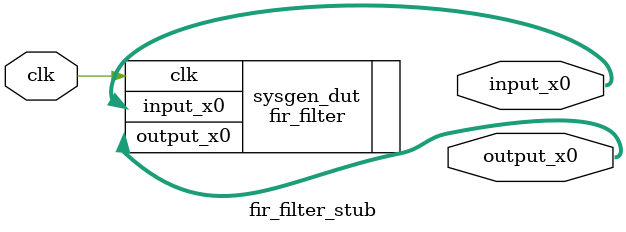
<source format=v>
`timescale 1 ns / 10 ps
module fir_filter_stub (
  input clk,
  output [32-1:0] input_x0,
  output [32-1:0] output_x0
);
  fir_filter sysgen_dut (
    .clk(clk),
    .input_x0(input_x0),
    .output_x0(output_x0)
  );
endmodule

</source>
